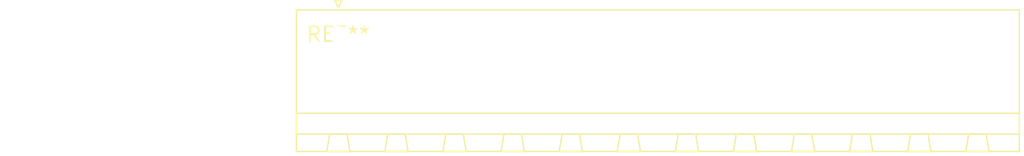
<source format=kicad_pcb>
(kicad_pcb (version 20240108) (generator pcbnew)
  (layers (0 "F.Cu" signal) (31 "B.Cu" signal) (34 "B.Paste" user) (35 "F.Paste" user) (36 "B.SilkS" user "B.Silkscreen") (37 "F.SilkS" user "F.Silkscreen") (38 "B.Mask" user) (39 "F.Mask" user) (44 "Edge.Cuts" user))
  (net 0 "")
  (footprint "PhoenixContact_MSTBA_2,5_12-G_1x12_P5.00mm_Horizontal" (layer "F.Cu") (at 0 0)
    (property "Reference" "REF**")
    (property "Value" "PhoenixContact_MSTBA_2,5_12-G_1x12_P5.00mm_Horizontal")
    (fp_line (start -3.61 -2.11) (end -3.61 10.11) (layer "F.SilkS") (stroke (width 0.12)))
    (fp_line (start -3.61 6.81) (end 58.61 6.81) (layer "F.SilkS") (stroke (width 0.12)))
    (fp_line (start -3.61 8.61) (end -3.61 6.81) (layer "F.SilkS") (stroke (width 0.12)))
    (fp_line (start -3.61 10.11) (end 58.61 10.11) (layer "F.SilkS") (stroke (width 0.12)))
    (fp_line (start -1 10.11) (end 1 10.11) (layer "F.SilkS") (stroke (width 0.12)))
    (fp_line (start -0.75 8.61) (end -1 10.11) (layer "F.SilkS") (stroke (width 0.12)))
    (fp_line (start -0.3 -2.91) (end 0.3 -2.91) (layer "F.SilkS") (stroke (width 0.12)))
    (fp_line (start 0 -2.31) (end -0.3 -2.91) (layer "F.SilkS") (stroke (width 0.12)))
    (fp_line (start 0.3 -2.91) (end 0 -2.31) (layer "F.SilkS") (stroke (width 0.12)))
    (fp_line (start 0.75 8.61) (end -0.75 8.61) (layer "F.SilkS") (stroke (width 0.12)))
    (fp_line (start 1 10.11) (end 0.75 8.61) (layer "F.SilkS") (stroke (width 0.12)))
    (fp_line (start 4 10.11) (end 6 10.11) (layer "F.SilkS") (stroke (width 0.12)))
    (fp_line (start 4.25 8.61) (end 4 10.11) (layer "F.SilkS") (stroke (width 0.12)))
    (fp_line (start 5.75 8.61) (end 4.25 8.61) (layer "F.SilkS") (stroke (width 0.12)))
    (fp_line (start 6 10.11) (end 5.75 8.61) (layer "F.SilkS") (stroke (width 0.12)))
    (fp_line (start 9 10.11) (end 11 10.11) (layer "F.SilkS") (stroke (width 0.12)))
    (fp_line (start 9.25 8.61) (end 9 10.11) (layer "F.SilkS") (stroke (width 0.12)))
    (fp_line (start 10.75 8.61) (end 9.25 8.61) (layer "F.SilkS") (stroke (width 0.12)))
    (fp_line (start 11 10.11) (end 10.75 8.61) (layer "F.SilkS") (stroke (width 0.12)))
    (fp_line (start 14 10.11) (end 16 10.11) (layer "F.SilkS") (stroke (width 0.12)))
    (fp_line (start 14.25 8.61) (end 14 10.11) (layer "F.SilkS") (stroke (width 0.12)))
    (fp_line (start 15.75 8.61) (end 14.25 8.61) (layer "F.SilkS") (stroke (width 0.12)))
    (fp_line (start 16 10.11) (end 15.75 8.61) (layer "F.SilkS") (stroke (width 0.12)))
    (fp_line (start 19 10.11) (end 21 10.11) (layer "F.SilkS") (stroke (width 0.12)))
    (fp_line (start 19.25 8.61) (end 19 10.11) (layer "F.SilkS") (stroke (width 0.12)))
    (fp_line (start 20.75 8.61) (end 19.25 8.61) (layer "F.SilkS") (stroke (width 0.12)))
    (fp_line (start 21 10.11) (end 20.75 8.61) (layer "F.SilkS") (stroke (width 0.12)))
    (fp_line (start 24 10.11) (end 26 10.11) (layer "F.SilkS") (stroke (width 0.12)))
    (fp_line (start 24.25 8.61) (end 24 10.11) (layer "F.SilkS") (stroke (width 0.12)))
    (fp_line (start 25.75 8.61) (end 24.25 8.61) (layer "F.SilkS") (stroke (width 0.12)))
    (fp_line (start 26 10.11) (end 25.75 8.61) (layer "F.SilkS") (stroke (width 0.12)))
    (fp_line (start 29 10.11) (end 31 10.11) (layer "F.SilkS") (stroke (width 0.12)))
    (fp_line (start 29.25 8.61) (end 29 10.11) (layer "F.SilkS") (stroke (width 0.12)))
    (fp_line (start 30.75 8.61) (end 29.25 8.61) (layer "F.SilkS") (stroke (width 0.12)))
    (fp_line (start 31 10.11) (end 30.75 8.61) (layer "F.SilkS") (stroke (width 0.12)))
    (fp_line (start 34 10.11) (end 36 10.11) (layer "F.SilkS") (stroke (width 0.12)))
    (fp_line (start 34.25 8.61) (end 34 10.11) (layer "F.SilkS") (stroke (width 0.12)))
    (fp_line (start 35.75 8.61) (end 34.25 8.61) (layer "F.SilkS") (stroke (width 0.12)))
    (fp_line (start 36 10.11) (end 35.75 8.61) (layer "F.SilkS") (stroke (width 0.12)))
    (fp_line (start 39 10.11) (end 41 10.11) (layer "F.SilkS") (stroke (width 0.12)))
    (fp_line (start 39.25 8.61) (end 39 10.11) (layer "F.SilkS") (stroke (width 0.12)))
    (fp_line (start 40.75 8.61) (end 39.25 8.61) (layer "F.SilkS") (stroke (width 0.12)))
    (fp_line (start 41 10.11) (end 40.75 8.61) (layer "F.SilkS") (stroke (width 0.12)))
    (fp_line (start 44 10.11) (end 46 10.11) (layer "F.SilkS") (stroke (width 0.12)))
    (fp_line (start 44.25 8.61) (end 44 10.11) (layer "F.SilkS") (stroke (width 0.12)))
    (fp_line (start 45.75 8.61) (end 44.25 8.61) (layer "F.SilkS") (stroke (width 0.12)))
    (fp_line (start 46 10.11) (end 45.75 8.61) (layer "F.SilkS") (stroke (width 0.12)))
    (fp_line (start 49 10.11) (end 51 10.11) (layer "F.SilkS") (stroke (width 0.12)))
    (fp_line (start 49.25 8.61) (end 49 10.11) (layer "F.SilkS") (stroke (width 0.12)))
    (fp_line (start 50.75 8.61) (end 49.25 8.61) (layer "F.SilkS") (stroke (width 0.12)))
    (fp_line (start 51 10.11) (end 50.75 8.61) (layer "F.SilkS") (stroke (width 0.12)))
    (fp_line (start 54 10.11) (end 56 10.11) (layer "F.SilkS") (stroke (width 0.12)))
    (fp_line (start 54.25 8.61) (end 54 10.11) (layer "F.SilkS") (stroke (width 0.12)))
    (fp_line (start 55.75 8.61) (end 54.25 8.61) (layer "F.SilkS") (stroke (width 0.12)))
    (fp_line (start 56 10.11) (end 55.75 8.61) (layer "F.SilkS") (stroke (width 0.12)))
    (fp_line (start 58.61 -2.11) (end -3.61 -2.11) (layer "F.SilkS") (stroke (width 0.12)))
    (fp_line (start 58.61 6.81) (end 58.61 8.61) (layer "F.SilkS") (stroke (width 0.12)))
    (fp_line (start 58.61 8.61) (end -3.61 8.61) (layer "F.SilkS") (stroke (width 0.12)))
    (fp_line (start 58.61 10.11) (end 58.61 -2.11) (layer "F.SilkS") (stroke (width 0.12)))
    (pad "1" thru_hole roundrect (at 0 0) (size 2 3.6) (drill 1.4) (layers *.Cu *.Mask) (remove_unused_layers) (roundrect_rratio 0.125))
    (pad "2" thru_hole oval (at 5 0) (size 2 3.6) (drill 1.4) (layers *.Cu *.Mask) (remove_unused_layers))
    (pad "3" thru_hole oval (at 10 0) (size 2 3.6) (drill 1.4) (layers *.Cu *.Mask) (remove_unused_layers))
    (pad "4" thru_hole oval (at 15 0) (size 2 3.6) (drill 1.4) (layers *.Cu *.Mask) (remove_unused_layers))
    (pad "5" thru_hole oval (at 20 0) (size 2 3.6) (drill 1.4) (layers *.Cu *.Mask) (remove_unused_layers))
    (pad "6" thru_hole oval (at 25 0) (size 2 3.6) (drill 1.4) (layers *.Cu *.Mask) (remove_unused_layers))
    (pad "7" thru_hole oval (at 30 0) (size 2 3.6) (drill 1.4) (layers *.Cu *.Mask) (remove_unused_layers))
    (pad "8" thru_hole oval (at 35 0) (size 2 3.6) (drill 1.4) (layers *.Cu *.Mask) (remove_unused_layers))
    (pad "9" thru_hole oval (at 40 0) (size 2 3.6) (drill 1.4) (layers *.Cu *.Mask) (remove_unused_layers))
    (pad "10" thru_hole oval (at 45 0) (size 2 3.6) (drill 1.4) (layers *.Cu *.Mask) (remove_unused_layers))
    (pad "11" thru_hole oval (at 50 0) (size 2 3.6) (drill 1.4) (layers *.Cu *.Mask) (remove_unused_layers))
    (pad "12" thru_hole oval (at 55 0) (size 2 3.6) (drill 1.4) (layers *.Cu *.Mask) (remove_unused_layers))
  )
)
</source>
